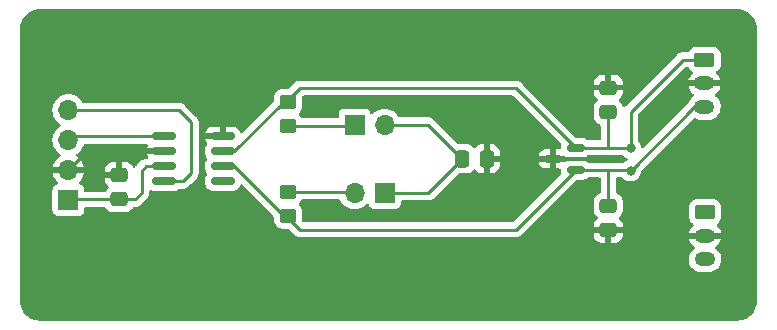
<source format=gtl>
G04 #@! TF.GenerationSoftware,KiCad,Pcbnew,7.0.9-1.fc39*
G04 #@! TF.CreationDate,2023-11-14T16:09:12+02:00*
G04 #@! TF.ProjectId,CAN_transceiver_module,43414e5f-7472-4616-9e73-636569766572,v1.0*
G04 #@! TF.SameCoordinates,Original*
G04 #@! TF.FileFunction,Copper,L1,Top*
G04 #@! TF.FilePolarity,Positive*
%FSLAX46Y46*%
G04 Gerber Fmt 4.6, Leading zero omitted, Abs format (unit mm)*
G04 Created by KiCad (PCBNEW 7.0.9-1.fc39) date 2023-11-14 16:09:12*
%MOMM*%
%LPD*%
G01*
G04 APERTURE LIST*
G04 Aperture macros list*
%AMRoundRect*
0 Rectangle with rounded corners*
0 $1 Rounding radius*
0 $2 $3 $4 $5 $6 $7 $8 $9 X,Y pos of 4 corners*
0 Add a 4 corners polygon primitive as box body*
4,1,4,$2,$3,$4,$5,$6,$7,$8,$9,$2,$3,0*
0 Add four circle primitives for the rounded corners*
1,1,$1+$1,$2,$3*
1,1,$1+$1,$4,$5*
1,1,$1+$1,$6,$7*
1,1,$1+$1,$8,$9*
0 Add four rect primitives between the rounded corners*
20,1,$1+$1,$2,$3,$4,$5,0*
20,1,$1+$1,$4,$5,$6,$7,0*
20,1,$1+$1,$6,$7,$8,$9,0*
20,1,$1+$1,$8,$9,$2,$3,0*%
G04 Aperture macros list end*
G04 #@! TA.AperFunction,ComponentPad*
%ADD10R,1.700000X1.700000*%
G04 #@! TD*
G04 #@! TA.AperFunction,ComponentPad*
%ADD11O,1.700000X1.700000*%
G04 #@! TD*
G04 #@! TA.AperFunction,ComponentPad*
%ADD12RoundRect,0.250000X-0.625000X0.350000X-0.625000X-0.350000X0.625000X-0.350000X0.625000X0.350000X0*%
G04 #@! TD*
G04 #@! TA.AperFunction,ComponentPad*
%ADD13O,1.750000X1.200000*%
G04 #@! TD*
G04 #@! TA.AperFunction,SMDPad,CuDef*
%ADD14RoundRect,0.250000X-0.337500X-0.475000X0.337500X-0.475000X0.337500X0.475000X-0.337500X0.475000X0*%
G04 #@! TD*
G04 #@! TA.AperFunction,SMDPad,CuDef*
%ADD15RoundRect,0.150000X0.587500X0.150000X-0.587500X0.150000X-0.587500X-0.150000X0.587500X-0.150000X0*%
G04 #@! TD*
G04 #@! TA.AperFunction,SMDPad,CuDef*
%ADD16RoundRect,0.250000X-0.475000X0.337500X-0.475000X-0.337500X0.475000X-0.337500X0.475000X0.337500X0*%
G04 #@! TD*
G04 #@! TA.AperFunction,SMDPad,CuDef*
%ADD17RoundRect,0.150000X-0.825000X-0.150000X0.825000X-0.150000X0.825000X0.150000X-0.825000X0.150000X0*%
G04 #@! TD*
G04 #@! TA.AperFunction,SMDPad,CuDef*
%ADD18RoundRect,0.250000X0.475000X-0.337500X0.475000X0.337500X-0.475000X0.337500X-0.475000X-0.337500X0*%
G04 #@! TD*
G04 #@! TA.AperFunction,SMDPad,CuDef*
%ADD19RoundRect,0.250000X0.450000X-0.350000X0.450000X0.350000X-0.450000X0.350000X-0.450000X-0.350000X0*%
G04 #@! TD*
G04 #@! TA.AperFunction,SMDPad,CuDef*
%ADD20RoundRect,0.250000X-0.450000X0.350000X-0.450000X-0.350000X0.450000X-0.350000X0.450000X0.350000X0*%
G04 #@! TD*
G04 #@! TA.AperFunction,ViaPad*
%ADD21C,0.800000*%
G04 #@! TD*
G04 #@! TA.AperFunction,Conductor*
%ADD22C,0.250000*%
G04 #@! TD*
G04 APERTURE END LIST*
D10*
X128175000Y-102900000D03*
D11*
X125635000Y-102900000D03*
X128165000Y-97100000D03*
D10*
X125625000Y-97100000D03*
D12*
X155250000Y-91600000D03*
D13*
X155250000Y-93600000D03*
X155250000Y-95600000D03*
D14*
X136837500Y-100000000D03*
X134762500Y-100000000D03*
D15*
X144337500Y-100950000D03*
X144337500Y-99050000D03*
X142462500Y-100000000D03*
D16*
X105700000Y-101362500D03*
X105700000Y-103437500D03*
D17*
X109525000Y-98095000D03*
X109525000Y-99365000D03*
X109525000Y-100635000D03*
X109525000Y-101905000D03*
X114475000Y-101905000D03*
X114475000Y-100635000D03*
X114475000Y-99365000D03*
X114475000Y-98095000D03*
D18*
X147100000Y-106037500D03*
X147100000Y-103962500D03*
D19*
X120000000Y-102800000D03*
X120000000Y-104800000D03*
D12*
X155300000Y-104500000D03*
D13*
X155300000Y-106500000D03*
X155300000Y-108500000D03*
D18*
X147100000Y-96037500D03*
X147100000Y-93962500D03*
D10*
X101400000Y-103500000D03*
D11*
X101400000Y-100960000D03*
X101400000Y-98420000D03*
X101400000Y-95880000D03*
D20*
X120000000Y-97200000D03*
X120000000Y-95200000D03*
D21*
X139600000Y-100000000D03*
X151400000Y-103800000D03*
X151400000Y-95900000D03*
X149000000Y-99100000D03*
X149000000Y-101000000D03*
D22*
X109525000Y-99365000D02*
X102995000Y-99365000D01*
X102995000Y-99365000D02*
X101400000Y-100960000D01*
X144337500Y-99050000D02*
X147000000Y-99050000D01*
X147000000Y-99050000D02*
X148950000Y-99050000D01*
X147100000Y-96037500D02*
X147100000Y-98950000D01*
X147100000Y-98950000D02*
X147000000Y-99050000D01*
X144337500Y-100950000D02*
X147100000Y-100950000D01*
X147100000Y-100950000D02*
X148950000Y-100950000D01*
X147100000Y-103962500D02*
X147100000Y-100950000D01*
X149000000Y-99100000D02*
X149000000Y-96000000D01*
X149000000Y-96000000D02*
X153400000Y-91600000D01*
X153400000Y-91600000D02*
X155250000Y-91600000D01*
X149000000Y-101000000D02*
X154400000Y-95600000D01*
X154400000Y-95600000D02*
X155250000Y-95600000D01*
X148950000Y-99050000D02*
X149000000Y-99100000D01*
X148950000Y-100950000D02*
X149000000Y-101000000D01*
X120000000Y-105000000D02*
X121000000Y-106000000D01*
X120000000Y-104800000D02*
X120000000Y-105000000D01*
X121000000Y-106000000D02*
X139287500Y-106000000D01*
X139287500Y-106000000D02*
X144337500Y-100950000D01*
X120000000Y-95000000D02*
X121000000Y-94000000D01*
X120000000Y-95200000D02*
X120000000Y-95000000D01*
X121000000Y-94000000D02*
X139287500Y-94000000D01*
X139287500Y-94000000D02*
X144337500Y-99050000D01*
X128165000Y-97100000D02*
X131862500Y-97100000D01*
X131862500Y-97100000D02*
X134762500Y-100000000D01*
X128175000Y-102900000D02*
X131862500Y-102900000D01*
X131862500Y-102900000D02*
X134762500Y-100000000D01*
X120000000Y-102800000D02*
X125535000Y-102800000D01*
X125535000Y-102800000D02*
X125635000Y-102900000D01*
X120000000Y-97200000D02*
X125525000Y-97200000D01*
X125525000Y-97200000D02*
X125625000Y-97100000D01*
X114475000Y-100635000D02*
X115449999Y-100635000D01*
X115449999Y-100635000D02*
X119614999Y-104800000D01*
X119614999Y-104800000D02*
X120000000Y-104800000D01*
X114475000Y-99365000D02*
X115449999Y-99365000D01*
X115449999Y-99365000D02*
X119614999Y-95200000D01*
X119614999Y-95200000D02*
X120000000Y-95200000D01*
X109525000Y-100635000D02*
X107965000Y-100635000D01*
X107062500Y-103437500D02*
X105700000Y-103437500D01*
X107600000Y-102900000D02*
X107062500Y-103437500D01*
X101462500Y-103437500D02*
X101400000Y-103500000D01*
X105700000Y-103437500D02*
X101462500Y-103437500D01*
X107965000Y-100635000D02*
X107600000Y-101000000D01*
X107600000Y-101000000D02*
X107600000Y-102900000D01*
X101725000Y-98095000D02*
X101400000Y-98420000D01*
X109525000Y-98095000D02*
X101725000Y-98095000D01*
X111095000Y-101905000D02*
X111800000Y-101200000D01*
X111800000Y-101200000D02*
X111800000Y-96900000D01*
X110780000Y-95880000D02*
X101400000Y-95880000D01*
X111800000Y-96900000D02*
X110780000Y-95880000D01*
X109525000Y-101905000D02*
X111095000Y-101905000D01*
G04 #@! TA.AperFunction,Conductor*
G36*
X139044087Y-94645185D02*
G01*
X139064729Y-94661819D01*
X143072595Y-98669686D01*
X143106080Y-98731009D01*
X143103992Y-98791955D01*
X143102404Y-98797421D01*
X143102401Y-98797437D01*
X143099500Y-98834304D01*
X143099500Y-99076000D01*
X143079815Y-99143039D01*
X143027011Y-99188794D01*
X142975500Y-99200000D01*
X142712500Y-99200000D01*
X142712500Y-99750000D01*
X143368185Y-99750000D01*
X143431306Y-99767268D01*
X143489602Y-99801744D01*
X143523860Y-99811697D01*
X143647426Y-99847597D01*
X143647429Y-99847597D01*
X143647431Y-99847598D01*
X143659722Y-99848565D01*
X143684304Y-99850500D01*
X143684306Y-99850500D01*
X144990696Y-99850500D01*
X145009131Y-99849049D01*
X145027569Y-99847598D01*
X145027571Y-99847597D01*
X145027573Y-99847597D01*
X145088361Y-99829936D01*
X145185398Y-99801744D01*
X145326865Y-99718081D01*
X145328418Y-99716528D01*
X145333128Y-99711819D01*
X145394451Y-99678334D01*
X145420809Y-99675500D01*
X146917257Y-99675500D01*
X146932877Y-99677224D01*
X146932904Y-99676939D01*
X146940660Y-99677671D01*
X146940667Y-99677673D01*
X147009814Y-99675500D01*
X148251232Y-99675500D01*
X148318271Y-99695185D01*
X148343382Y-99716528D01*
X148394129Y-99772888D01*
X148394135Y-99772893D01*
X148547265Y-99884148D01*
X148547267Y-99884149D01*
X148547270Y-99884151D01*
X148620737Y-99916861D01*
X148665342Y-99936721D01*
X148718578Y-99981972D01*
X148738899Y-100048821D01*
X148719853Y-100116044D01*
X148667487Y-100162299D01*
X148665342Y-100163279D01*
X148547267Y-100215850D01*
X148547265Y-100215851D01*
X148430319Y-100300818D01*
X148364513Y-100324298D01*
X148357434Y-100324500D01*
X147170847Y-100324500D01*
X147147615Y-100322304D01*
X147139588Y-100320773D01*
X147139586Y-100320773D01*
X147130633Y-100321336D01*
X147082275Y-100324378D01*
X147078403Y-100324500D01*
X145420809Y-100324500D01*
X145353770Y-100304815D01*
X145333128Y-100288181D01*
X145326870Y-100281923D01*
X145326862Y-100281917D01*
X145229954Y-100224606D01*
X145185398Y-100198256D01*
X145185397Y-100198255D01*
X145185396Y-100198255D01*
X145185393Y-100198254D01*
X145027573Y-100152402D01*
X145027567Y-100152401D01*
X144990696Y-100149500D01*
X144990694Y-100149500D01*
X143684306Y-100149500D01*
X143684304Y-100149500D01*
X143647432Y-100152401D01*
X143647426Y-100152402D01*
X143489606Y-100198254D01*
X143489603Y-100198255D01*
X143431306Y-100232732D01*
X143368185Y-100250000D01*
X142712500Y-100250000D01*
X142712500Y-100800000D01*
X142975500Y-100800000D01*
X143042539Y-100819685D01*
X143088294Y-100872489D01*
X143099500Y-100924000D01*
X143099500Y-101165696D01*
X143102401Y-101202567D01*
X143102402Y-101202570D01*
X143103990Y-101208035D01*
X143103791Y-101277904D01*
X143072595Y-101330312D01*
X139064728Y-105338181D01*
X139003405Y-105371666D01*
X138977047Y-105374500D01*
X121319987Y-105374500D01*
X121252948Y-105354815D01*
X121207193Y-105302011D01*
X121196629Y-105237896D01*
X121197267Y-105231654D01*
X121200500Y-105200009D01*
X121200499Y-104399992D01*
X121200282Y-104397872D01*
X121189999Y-104297203D01*
X121189998Y-104297200D01*
X121134814Y-104130666D01*
X121042712Y-103981344D01*
X120949049Y-103887681D01*
X120915564Y-103826358D01*
X120920548Y-103756666D01*
X120949049Y-103712319D01*
X120980026Y-103681342D01*
X121042712Y-103618656D01*
X121125519Y-103484402D01*
X121177467Y-103437679D01*
X121231058Y-103425500D01*
X124310935Y-103425500D01*
X124377974Y-103445185D01*
X124423317Y-103497095D01*
X124460964Y-103577829D01*
X124460965Y-103577831D01*
X124489552Y-103618657D01*
X124596505Y-103771401D01*
X124763599Y-103938495D01*
X124847438Y-103997200D01*
X124957165Y-104074032D01*
X124957167Y-104074033D01*
X124957170Y-104074035D01*
X125171337Y-104173903D01*
X125399592Y-104235063D01*
X125576034Y-104250500D01*
X125634999Y-104255659D01*
X125635000Y-104255659D01*
X125635001Y-104255659D01*
X125693966Y-104250500D01*
X125870408Y-104235063D01*
X126098663Y-104173903D01*
X126312830Y-104074035D01*
X126506401Y-103938495D01*
X126628329Y-103816566D01*
X126689648Y-103783084D01*
X126759340Y-103788068D01*
X126815274Y-103829939D01*
X126832189Y-103860917D01*
X126881202Y-103992328D01*
X126881206Y-103992335D01*
X126967452Y-104107544D01*
X126967455Y-104107547D01*
X127082664Y-104193793D01*
X127082671Y-104193797D01*
X127217517Y-104244091D01*
X127217516Y-104244091D01*
X127224444Y-104244835D01*
X127277127Y-104250500D01*
X129072872Y-104250499D01*
X129132483Y-104244091D01*
X129267331Y-104193796D01*
X129382546Y-104107546D01*
X129468796Y-103992331D01*
X129519091Y-103857483D01*
X129525500Y-103797873D01*
X129525500Y-103649500D01*
X129545185Y-103582461D01*
X129597989Y-103536706D01*
X129649500Y-103525500D01*
X131779757Y-103525500D01*
X131795377Y-103527224D01*
X131795404Y-103526939D01*
X131803160Y-103527671D01*
X131803167Y-103527673D01*
X131872314Y-103525500D01*
X131901850Y-103525500D01*
X131908728Y-103524630D01*
X131914541Y-103524172D01*
X131961127Y-103522709D01*
X131980369Y-103517117D01*
X131999412Y-103513174D01*
X132019292Y-103510664D01*
X132062622Y-103493507D01*
X132068146Y-103491617D01*
X132071896Y-103490527D01*
X132112890Y-103478618D01*
X132130129Y-103468422D01*
X132147603Y-103459862D01*
X132166227Y-103452488D01*
X132166227Y-103452487D01*
X132166232Y-103452486D01*
X132203949Y-103425082D01*
X132208805Y-103421892D01*
X132248920Y-103398170D01*
X132263089Y-103383999D01*
X132277879Y-103371368D01*
X132294087Y-103359594D01*
X132323799Y-103323676D01*
X132327712Y-103319376D01*
X134385271Y-101261818D01*
X134446594Y-101228333D01*
X134472952Y-101225499D01*
X135150002Y-101225499D01*
X135150008Y-101225499D01*
X135252797Y-101214999D01*
X135419334Y-101159814D01*
X135568656Y-101067712D01*
X135692712Y-100943656D01*
X135694752Y-100940347D01*
X135696745Y-100938555D01*
X135697193Y-100937989D01*
X135697289Y-100938065D01*
X135746694Y-100893623D01*
X135815656Y-100882395D01*
X135879740Y-100910234D01*
X135905829Y-100940339D01*
X135907681Y-100943341D01*
X135907683Y-100943344D01*
X136031654Y-101067315D01*
X136180875Y-101159356D01*
X136180880Y-101159358D01*
X136347302Y-101214505D01*
X136347309Y-101214506D01*
X136450019Y-101224999D01*
X136587499Y-101224999D01*
X136587500Y-101224998D01*
X136587500Y-100250000D01*
X137087500Y-100250000D01*
X137087500Y-101224999D01*
X137224972Y-101224999D01*
X137224986Y-101224998D01*
X137327697Y-101214505D01*
X137494119Y-101159358D01*
X137494124Y-101159356D01*
X137643345Y-101067315D01*
X137767315Y-100943345D01*
X137859356Y-100794124D01*
X137859358Y-100794119D01*
X137914505Y-100627697D01*
X137914506Y-100627690D01*
X137924999Y-100524986D01*
X137925000Y-100524973D01*
X137925000Y-100250001D01*
X141227704Y-100250001D01*
X141227899Y-100252486D01*
X141273718Y-100410198D01*
X141357314Y-100551552D01*
X141357321Y-100551561D01*
X141473438Y-100667678D01*
X141473447Y-100667685D01*
X141614803Y-100751282D01*
X141614806Y-100751283D01*
X141772504Y-100797099D01*
X141772510Y-100797100D01*
X141809356Y-100800000D01*
X142212500Y-100800000D01*
X142212500Y-100250000D01*
X141227705Y-100250000D01*
X141227704Y-100250001D01*
X137925000Y-100250001D01*
X137925000Y-100250000D01*
X137087500Y-100250000D01*
X136587500Y-100250000D01*
X136587500Y-98775000D01*
X137087500Y-98775000D01*
X137087500Y-99750000D01*
X137924999Y-99750000D01*
X137924999Y-99749998D01*
X141227704Y-99749998D01*
X141227705Y-99750000D01*
X142212500Y-99750000D01*
X142212500Y-99200000D01*
X141809356Y-99200000D01*
X141772510Y-99202899D01*
X141772504Y-99202900D01*
X141614806Y-99248716D01*
X141614803Y-99248717D01*
X141473447Y-99332314D01*
X141473438Y-99332321D01*
X141357321Y-99448438D01*
X141357314Y-99448447D01*
X141273718Y-99589801D01*
X141227899Y-99747513D01*
X141227704Y-99749998D01*
X137924999Y-99749998D01*
X137924999Y-99475028D01*
X137924998Y-99475013D01*
X137914505Y-99372302D01*
X137859358Y-99205880D01*
X137859356Y-99205875D01*
X137767315Y-99056654D01*
X137643345Y-98932684D01*
X137494124Y-98840643D01*
X137494119Y-98840641D01*
X137327697Y-98785494D01*
X137327690Y-98785493D01*
X137224986Y-98775000D01*
X137087500Y-98775000D01*
X136587500Y-98775000D01*
X136450027Y-98775000D01*
X136450012Y-98775001D01*
X136347302Y-98785494D01*
X136180880Y-98840641D01*
X136180875Y-98840643D01*
X136031654Y-98932684D01*
X135907683Y-99056655D01*
X135907679Y-99056660D01*
X135905826Y-99059665D01*
X135904018Y-99061290D01*
X135903202Y-99062323D01*
X135903025Y-99062183D01*
X135853874Y-99106385D01*
X135784911Y-99117601D01*
X135720831Y-99089752D01*
X135694753Y-99059653D01*
X135694737Y-99059628D01*
X135692712Y-99056344D01*
X135568656Y-98932288D01*
X135454939Y-98862147D01*
X135419336Y-98840187D01*
X135419331Y-98840185D01*
X135401583Y-98834304D01*
X135252797Y-98785001D01*
X135252795Y-98785000D01*
X135150016Y-98774500D01*
X135150009Y-98774500D01*
X134472953Y-98774500D01*
X134405914Y-98754815D01*
X134385272Y-98738181D01*
X132363303Y-96716212D01*
X132353480Y-96703950D01*
X132353259Y-96704134D01*
X132348286Y-96698123D01*
X132334873Y-96685527D01*
X132297864Y-96650773D01*
X132287419Y-96640328D01*
X132276975Y-96629883D01*
X132271486Y-96625625D01*
X132267061Y-96621847D01*
X132233082Y-96589938D01*
X132233080Y-96589936D01*
X132233077Y-96589935D01*
X132215529Y-96580288D01*
X132199263Y-96569604D01*
X132183436Y-96557327D01*
X132183435Y-96557326D01*
X132183433Y-96557325D01*
X132140668Y-96538818D01*
X132135422Y-96536248D01*
X132094593Y-96513803D01*
X132094592Y-96513802D01*
X132075193Y-96508822D01*
X132056781Y-96502518D01*
X132038398Y-96494562D01*
X132038392Y-96494560D01*
X131992374Y-96487272D01*
X131986652Y-96486087D01*
X131941521Y-96474500D01*
X131941519Y-96474500D01*
X131921484Y-96474500D01*
X131902086Y-96472973D01*
X131894662Y-96471797D01*
X131882305Y-96469840D01*
X131882304Y-96469840D01*
X131835916Y-96474225D01*
X131830078Y-96474500D01*
X129440227Y-96474500D01*
X129373188Y-96454815D01*
X129338652Y-96421623D01*
X129203494Y-96228597D01*
X129036402Y-96061506D01*
X129036395Y-96061501D01*
X128842834Y-95925967D01*
X128842830Y-95925965D01*
X128832142Y-95920981D01*
X128628663Y-95826097D01*
X128628659Y-95826096D01*
X128628655Y-95826094D01*
X128400413Y-95764938D01*
X128400403Y-95764936D01*
X128165001Y-95744341D01*
X128164999Y-95744341D01*
X127929596Y-95764936D01*
X127929586Y-95764938D01*
X127701344Y-95826094D01*
X127701335Y-95826098D01*
X127487171Y-95925964D01*
X127487169Y-95925965D01*
X127293600Y-96061503D01*
X127171673Y-96183430D01*
X127110350Y-96216914D01*
X127040658Y-96211930D01*
X126984725Y-96170058D01*
X126967810Y-96139081D01*
X126918797Y-96007671D01*
X126918793Y-96007664D01*
X126832547Y-95892455D01*
X126832544Y-95892452D01*
X126717335Y-95806206D01*
X126717328Y-95806202D01*
X126582482Y-95755908D01*
X126582483Y-95755908D01*
X126522883Y-95749501D01*
X126522881Y-95749500D01*
X126522873Y-95749500D01*
X126522864Y-95749500D01*
X124727129Y-95749500D01*
X124727123Y-95749501D01*
X124667516Y-95755908D01*
X124532671Y-95806202D01*
X124532664Y-95806206D01*
X124417455Y-95892452D01*
X124417452Y-95892455D01*
X124331206Y-96007664D01*
X124331202Y-96007671D01*
X124280908Y-96142517D01*
X124274501Y-96202116D01*
X124274500Y-96202135D01*
X124274500Y-96450500D01*
X124254815Y-96517539D01*
X124202011Y-96563294D01*
X124150500Y-96574500D01*
X121231058Y-96574500D01*
X121164019Y-96554815D01*
X121125519Y-96515597D01*
X121124998Y-96514752D01*
X121042712Y-96381344D01*
X120949049Y-96287681D01*
X120915564Y-96226358D01*
X120920548Y-96156666D01*
X120949049Y-96112319D01*
X121042712Y-96018656D01*
X121134814Y-95869334D01*
X121189999Y-95702797D01*
X121200500Y-95600009D01*
X121200499Y-94799992D01*
X121198955Y-94784883D01*
X121196629Y-94762100D01*
X121209399Y-94693407D01*
X121257281Y-94642524D01*
X121319987Y-94625500D01*
X138977048Y-94625500D01*
X139044087Y-94645185D01*
G37*
G04 #@! TD.AperFunction*
G04 #@! TA.AperFunction,Conductor*
G36*
X153910981Y-92245185D02*
G01*
X153949479Y-92284401D01*
X154032288Y-92418656D01*
X154156344Y-92542712D01*
X154212141Y-92577127D01*
X154220191Y-92582093D01*
X154266916Y-92634041D01*
X154278139Y-92703003D01*
X154250295Y-92767086D01*
X154231750Y-92785100D01*
X154212461Y-92800269D01*
X154212459Y-92800271D01*
X154074894Y-92959030D01*
X154074885Y-92959041D01*
X153969855Y-93140960D01*
X153969852Y-93140967D01*
X153901144Y-93339482D01*
X153901144Y-93339484D01*
X153899632Y-93350000D01*
X154970440Y-93350000D01*
X154931722Y-93392059D01*
X154881449Y-93506670D01*
X154871114Y-93631395D01*
X154901837Y-93752719D01*
X154965394Y-93850000D01*
X153903742Y-93850000D01*
X153930770Y-93961409D01*
X154018040Y-94152507D01*
X154139889Y-94323619D01*
X154139895Y-94323625D01*
X154291932Y-94468592D01*
X154333357Y-94495214D01*
X154379112Y-94548018D01*
X154389056Y-94617177D01*
X154360031Y-94680732D01*
X154342970Y-94697000D01*
X154212116Y-94799905D01*
X154212112Y-94799909D01*
X154074483Y-94958741D01*
X154074477Y-94958749D01*
X153977537Y-95126651D01*
X153965693Y-95143692D01*
X153938710Y-95176308D01*
X153934777Y-95180630D01*
X150099744Y-99015663D01*
X150038421Y-99049148D01*
X149968729Y-99044164D01*
X149912796Y-99002292D01*
X149888743Y-98940945D01*
X149885674Y-98911744D01*
X149827179Y-98731716D01*
X149732533Y-98567784D01*
X149709927Y-98542677D01*
X149657350Y-98484284D01*
X149627120Y-98421292D01*
X149625500Y-98401312D01*
X149625500Y-96310452D01*
X149645185Y-96243413D01*
X149661819Y-96222771D01*
X153622771Y-92261819D01*
X153684094Y-92228334D01*
X153710452Y-92225500D01*
X153843942Y-92225500D01*
X153910981Y-92245185D01*
G37*
G04 #@! TD.AperFunction*
G04 #@! TA.AperFunction,Conductor*
G36*
X108086928Y-98740185D02*
G01*
X108132683Y-98792989D01*
X108142627Y-98862147D01*
X108126621Y-98907621D01*
X108098718Y-98954801D01*
X108052899Y-99112513D01*
X108052704Y-99114998D01*
X108052705Y-99115000D01*
X109651000Y-99115000D01*
X109718039Y-99134685D01*
X109763794Y-99187489D01*
X109775000Y-99239000D01*
X109775000Y-99491000D01*
X109755315Y-99558039D01*
X109702511Y-99603794D01*
X109651000Y-99615000D01*
X108052705Y-99615000D01*
X108052704Y-99615001D01*
X108052899Y-99617486D01*
X108098719Y-99775200D01*
X108125404Y-99820323D01*
X108142587Y-99888047D01*
X108120427Y-99954309D01*
X108065960Y-99998072D01*
X108022568Y-100007382D01*
X107959439Y-100009366D01*
X107955186Y-100009500D01*
X107925649Y-100009500D01*
X107918766Y-100010369D01*
X107912949Y-100010826D01*
X107866373Y-100012290D01*
X107847129Y-100017881D01*
X107828079Y-100021825D01*
X107808211Y-100024334D01*
X107764884Y-100041488D01*
X107759358Y-100043379D01*
X107714614Y-100056379D01*
X107714610Y-100056381D01*
X107697366Y-100066579D01*
X107679905Y-100075133D01*
X107661274Y-100082510D01*
X107661262Y-100082517D01*
X107623570Y-100109902D01*
X107618687Y-100113109D01*
X107578580Y-100136829D01*
X107564415Y-100150994D01*
X107549623Y-100163628D01*
X107533412Y-100175405D01*
X107503706Y-100211313D01*
X107499774Y-100215634D01*
X107216211Y-100499197D01*
X107203952Y-100509019D01*
X107204135Y-100509240D01*
X107198126Y-100514211D01*
X107150773Y-100564636D01*
X107129881Y-100585527D01*
X107129868Y-100585541D01*
X107125621Y-100591016D01*
X107121835Y-100595448D01*
X107089937Y-100629418D01*
X107089936Y-100629420D01*
X107080284Y-100646976D01*
X107069610Y-100663226D01*
X107057327Y-100679063D01*
X107056823Y-100679916D01*
X107056254Y-100680446D01*
X107052551Y-100685222D01*
X107051779Y-100684623D01*
X107005750Y-100727595D01*
X106937007Y-100740093D01*
X106872420Y-100713442D01*
X106844557Y-100681883D01*
X106767315Y-100556654D01*
X106643345Y-100432684D01*
X106494124Y-100340643D01*
X106494119Y-100340641D01*
X106327697Y-100285494D01*
X106327690Y-100285493D01*
X106224986Y-100275000D01*
X105950000Y-100275000D01*
X105950000Y-101488500D01*
X105930315Y-101555539D01*
X105877511Y-101601294D01*
X105826000Y-101612500D01*
X104475001Y-101612500D01*
X104475001Y-101749986D01*
X104485494Y-101852697D01*
X104540641Y-102019119D01*
X104540643Y-102019124D01*
X104632684Y-102168345D01*
X104756655Y-102292316D01*
X104756659Y-102292319D01*
X104759656Y-102294168D01*
X104761279Y-102295972D01*
X104762323Y-102296798D01*
X104762181Y-102296976D01*
X104806381Y-102346116D01*
X104817602Y-102415079D01*
X104789759Y-102479161D01*
X104759661Y-102505241D01*
X104756349Y-102507283D01*
X104756343Y-102507288D01*
X104632289Y-102631342D01*
X104626388Y-102640909D01*
X104565571Y-102739511D01*
X104557191Y-102753097D01*
X104505243Y-102799821D01*
X104451652Y-102812000D01*
X102874499Y-102812000D01*
X102807460Y-102792315D01*
X102761705Y-102739511D01*
X102750499Y-102688000D01*
X102750499Y-102602129D01*
X102750498Y-102602123D01*
X102750497Y-102602116D01*
X102744091Y-102542517D01*
X102742693Y-102538770D01*
X102693797Y-102407671D01*
X102693793Y-102407664D01*
X102607547Y-102292455D01*
X102607544Y-102292452D01*
X102492335Y-102206206D01*
X102492328Y-102206202D01*
X102360401Y-102156997D01*
X102304467Y-102115126D01*
X102280050Y-102049662D01*
X102294902Y-101981389D01*
X102316053Y-101953133D01*
X102438108Y-101831078D01*
X102573600Y-101637578D01*
X102673429Y-101423492D01*
X102673432Y-101423486D01*
X102730636Y-101210000D01*
X101833686Y-101210000D01*
X101859493Y-101169844D01*
X101876331Y-101112500D01*
X104475000Y-101112500D01*
X105450000Y-101112500D01*
X105450000Y-100275000D01*
X105175029Y-100275000D01*
X105175012Y-100275001D01*
X105072302Y-100285494D01*
X104905880Y-100340641D01*
X104905875Y-100340643D01*
X104756654Y-100432684D01*
X104632684Y-100556654D01*
X104540643Y-100705875D01*
X104540641Y-100705880D01*
X104485494Y-100872302D01*
X104485493Y-100872309D01*
X104475000Y-100975013D01*
X104475000Y-101112500D01*
X101876331Y-101112500D01*
X101900000Y-101031889D01*
X101900000Y-100888111D01*
X101859493Y-100750156D01*
X101833686Y-100710000D01*
X102730636Y-100710000D01*
X102730635Y-100709999D01*
X102673432Y-100496513D01*
X102673429Y-100496507D01*
X102573600Y-100282422D01*
X102573599Y-100282420D01*
X102438113Y-100088926D01*
X102438108Y-100088920D01*
X102271078Y-99921890D01*
X102085405Y-99791879D01*
X102041780Y-99737302D01*
X102034588Y-99667804D01*
X102066110Y-99605449D01*
X102085406Y-99588730D01*
X102096883Y-99580694D01*
X102271401Y-99458495D01*
X102438495Y-99291401D01*
X102574035Y-99097830D01*
X102673903Y-98883663D01*
X102692717Y-98813447D01*
X102692996Y-98812407D01*
X102729361Y-98752746D01*
X102792208Y-98722217D01*
X102812771Y-98720500D01*
X108019889Y-98720500D01*
X108086928Y-98740185D01*
G37*
G04 #@! TD.AperFunction*
G04 #@! TA.AperFunction,Conductor*
G36*
X158002208Y-87300657D02*
G01*
X158233020Y-87317165D01*
X158250529Y-87319683D01*
X158470144Y-87367458D01*
X158487103Y-87372437D01*
X158697694Y-87450983D01*
X158713777Y-87458327D01*
X158911036Y-87566040D01*
X158925919Y-87575605D01*
X159105836Y-87710289D01*
X159119207Y-87721875D01*
X159278124Y-87880792D01*
X159289710Y-87894163D01*
X159424394Y-88074080D01*
X159433959Y-88088963D01*
X159541669Y-88286217D01*
X159549019Y-88302311D01*
X159627559Y-88512887D01*
X159632543Y-88529862D01*
X159680316Y-88749470D01*
X159682834Y-88766982D01*
X159699342Y-88997789D01*
X159699500Y-89002213D01*
X159699500Y-111997786D01*
X159699342Y-112002210D01*
X159682834Y-112233017D01*
X159680316Y-112250529D01*
X159632543Y-112470137D01*
X159627559Y-112487112D01*
X159549019Y-112697688D01*
X159541669Y-112713782D01*
X159433959Y-112911036D01*
X159424394Y-112925919D01*
X159289710Y-113105836D01*
X159278124Y-113119207D01*
X159119207Y-113278124D01*
X159105836Y-113289710D01*
X158925919Y-113424394D01*
X158911036Y-113433959D01*
X158713782Y-113541669D01*
X158697688Y-113549019D01*
X158487112Y-113627559D01*
X158470137Y-113632543D01*
X158250529Y-113680316D01*
X158233017Y-113682834D01*
X158019172Y-113698128D01*
X158002208Y-113699342D01*
X157997786Y-113699500D01*
X99002214Y-113699500D01*
X98997791Y-113699342D01*
X98979142Y-113698008D01*
X98766982Y-113682834D01*
X98749470Y-113680316D01*
X98529862Y-113632543D01*
X98512887Y-113627559D01*
X98302311Y-113549019D01*
X98286217Y-113541669D01*
X98088963Y-113433959D01*
X98074080Y-113424394D01*
X97894163Y-113289710D01*
X97880792Y-113278124D01*
X97721875Y-113119207D01*
X97710289Y-113105836D01*
X97575605Y-112925919D01*
X97566040Y-112911036D01*
X97458330Y-112713782D01*
X97450983Y-112697694D01*
X97372437Y-112487103D01*
X97367458Y-112470144D01*
X97319683Y-112250529D01*
X97317165Y-112233017D01*
X97300658Y-112002210D01*
X97300500Y-111997786D01*
X97300500Y-108447401D01*
X153920746Y-108447401D01*
X153930745Y-108657327D01*
X153980296Y-108861578D01*
X153980298Y-108861582D01*
X154067598Y-109052743D01*
X154067601Y-109052748D01*
X154067602Y-109052750D01*
X154067604Y-109052753D01*
X154130627Y-109141256D01*
X154189515Y-109223953D01*
X154189520Y-109223959D01*
X154341620Y-109368985D01*
X154436578Y-109430011D01*
X154518428Y-109482613D01*
X154713543Y-109560725D01*
X154816729Y-109580612D01*
X154919914Y-109600500D01*
X154919915Y-109600500D01*
X155627419Y-109600500D01*
X155627425Y-109600500D01*
X155784218Y-109585528D01*
X155985875Y-109526316D01*
X156172682Y-109430011D01*
X156337886Y-109300092D01*
X156475519Y-109141256D01*
X156580604Y-108959244D01*
X156649344Y-108760633D01*
X156679254Y-108552602D01*
X156669254Y-108342670D01*
X156619704Y-108138424D01*
X156619701Y-108138417D01*
X156532401Y-107947256D01*
X156532398Y-107947251D01*
X156532397Y-107947250D01*
X156532396Y-107947247D01*
X156410486Y-107776048D01*
X156410484Y-107776046D01*
X156410479Y-107776040D01*
X156258379Y-107631014D01*
X156216612Y-107604172D01*
X156170857Y-107551368D01*
X156160914Y-107482210D01*
X156189939Y-107418654D01*
X156207000Y-107402386D01*
X156337542Y-107299726D01*
X156475105Y-107140969D01*
X156475114Y-107140958D01*
X156580144Y-106959039D01*
X156580147Y-106959032D01*
X156648855Y-106760517D01*
X156648855Y-106760515D01*
X156650368Y-106750000D01*
X155579560Y-106750000D01*
X155618278Y-106707941D01*
X155668551Y-106593330D01*
X155678886Y-106468605D01*
X155648163Y-106347281D01*
X155584606Y-106250000D01*
X156646257Y-106250000D01*
X156619229Y-106138590D01*
X156531959Y-105947492D01*
X156410110Y-105776380D01*
X156410099Y-105776368D01*
X156307478Y-105678520D01*
X156272542Y-105618012D01*
X156275867Y-105548221D01*
X156316395Y-105491307D01*
X156327935Y-105483248D01*
X156393656Y-105442712D01*
X156517712Y-105318656D01*
X156609814Y-105169334D01*
X156664999Y-105002797D01*
X156675500Y-104900009D01*
X156675499Y-104099992D01*
X156672847Y-104074035D01*
X156664999Y-103997203D01*
X156664998Y-103997200D01*
X156662608Y-103989988D01*
X156609814Y-103830666D01*
X156517712Y-103681344D01*
X156393656Y-103557288D01*
X156255712Y-103472204D01*
X156244336Y-103465187D01*
X156244331Y-103465185D01*
X156206008Y-103452486D01*
X156077797Y-103410001D01*
X156077795Y-103410000D01*
X155975010Y-103399500D01*
X154624998Y-103399500D01*
X154624981Y-103399501D01*
X154522203Y-103410000D01*
X154522200Y-103410001D01*
X154355668Y-103465185D01*
X154355663Y-103465187D01*
X154206342Y-103557289D01*
X154082289Y-103681342D01*
X153990187Y-103830663D01*
X153990185Y-103830668D01*
X153964273Y-103908865D01*
X153935001Y-103997203D01*
X153935001Y-103997204D01*
X153935000Y-103997204D01*
X153924500Y-104099983D01*
X153924500Y-104900001D01*
X153924501Y-104900019D01*
X153935000Y-105002796D01*
X153935001Y-105002799D01*
X153990185Y-105169331D01*
X153990187Y-105169336D01*
X154025069Y-105225888D01*
X154082288Y-105318656D01*
X154206344Y-105442712D01*
X154249509Y-105469336D01*
X154270191Y-105482093D01*
X154316916Y-105534041D01*
X154328139Y-105603003D01*
X154300295Y-105667086D01*
X154281750Y-105685100D01*
X154262461Y-105700269D01*
X154262459Y-105700271D01*
X154124894Y-105859030D01*
X154124885Y-105859041D01*
X154019855Y-106040960D01*
X154019852Y-106040967D01*
X153951144Y-106239482D01*
X153951144Y-106239484D01*
X153949632Y-106250000D01*
X155020440Y-106250000D01*
X154981722Y-106292059D01*
X154931449Y-106406670D01*
X154921114Y-106531395D01*
X154951837Y-106652719D01*
X155015394Y-106750000D01*
X153953742Y-106750000D01*
X153980770Y-106861409D01*
X154068040Y-107052507D01*
X154189889Y-107223619D01*
X154189895Y-107223625D01*
X154341932Y-107368592D01*
X154383357Y-107395214D01*
X154429112Y-107448018D01*
X154439056Y-107517177D01*
X154410031Y-107580732D01*
X154392970Y-107597000D01*
X154262116Y-107699905D01*
X154262112Y-107699909D01*
X154124478Y-107858746D01*
X154019398Y-108040750D01*
X153950656Y-108239365D01*
X153950656Y-108239367D01*
X153935804Y-108342670D01*
X153920746Y-108447401D01*
X97300500Y-108447401D01*
X97300500Y-98420000D01*
X100044341Y-98420000D01*
X100064936Y-98655403D01*
X100064938Y-98655413D01*
X100126094Y-98883655D01*
X100126096Y-98883659D01*
X100126097Y-98883663D01*
X100222198Y-99089752D01*
X100225965Y-99097830D01*
X100225967Y-99097834D01*
X100361501Y-99291395D01*
X100361506Y-99291402D01*
X100528597Y-99458493D01*
X100528603Y-99458498D01*
X100575021Y-99491000D01*
X100670762Y-99558039D01*
X100714594Y-99588730D01*
X100758219Y-99643307D01*
X100765413Y-99712805D01*
X100733890Y-99775160D01*
X100714595Y-99791880D01*
X100528922Y-99921890D01*
X100528920Y-99921891D01*
X100361891Y-100088920D01*
X100361886Y-100088926D01*
X100226400Y-100282420D01*
X100226399Y-100282422D01*
X100126570Y-100496507D01*
X100126567Y-100496513D01*
X100069364Y-100709999D01*
X100069364Y-100710000D01*
X100966314Y-100710000D01*
X100940507Y-100750156D01*
X100900000Y-100888111D01*
X100900000Y-101031889D01*
X100940507Y-101169844D01*
X100966314Y-101210000D01*
X100069364Y-101210000D01*
X100126567Y-101423486D01*
X100126570Y-101423492D01*
X100226399Y-101637578D01*
X100361894Y-101831082D01*
X100483946Y-101953134D01*
X100517431Y-102014457D01*
X100512447Y-102084149D01*
X100470575Y-102140082D01*
X100439598Y-102156997D01*
X100307671Y-102206202D01*
X100307664Y-102206206D01*
X100192455Y-102292452D01*
X100192452Y-102292455D01*
X100106206Y-102407664D01*
X100106202Y-102407671D01*
X100055908Y-102542517D01*
X100049501Y-102602116D01*
X100049501Y-102602123D01*
X100049500Y-102602135D01*
X100049500Y-104397870D01*
X100049501Y-104397876D01*
X100055908Y-104457483D01*
X100106202Y-104592328D01*
X100106206Y-104592335D01*
X100192452Y-104707544D01*
X100192455Y-104707547D01*
X100307664Y-104793793D01*
X100307671Y-104793797D01*
X100442517Y-104844091D01*
X100442516Y-104844091D01*
X100449444Y-104844835D01*
X100502127Y-104850500D01*
X102297872Y-104850499D01*
X102357483Y-104844091D01*
X102492331Y-104793796D01*
X102607546Y-104707546D01*
X102693796Y-104592331D01*
X102744091Y-104457483D01*
X102750500Y-104397873D01*
X102750500Y-104187000D01*
X102770185Y-104119961D01*
X102822989Y-104074206D01*
X102874500Y-104063000D01*
X104451652Y-104063000D01*
X104518691Y-104082685D01*
X104557189Y-104121901D01*
X104632288Y-104243656D01*
X104756344Y-104367712D01*
X104905666Y-104459814D01*
X105072203Y-104514999D01*
X105174991Y-104525500D01*
X106225008Y-104525499D01*
X106225016Y-104525498D01*
X106225019Y-104525498D01*
X106281302Y-104519748D01*
X106327797Y-104514999D01*
X106494334Y-104459814D01*
X106643656Y-104367712D01*
X106767712Y-104243656D01*
X106842809Y-104121902D01*
X106894757Y-104075179D01*
X106948348Y-104063000D01*
X106979757Y-104063000D01*
X106995377Y-104064724D01*
X106995404Y-104064439D01*
X107003160Y-104065171D01*
X107003167Y-104065173D01*
X107072314Y-104063000D01*
X107101850Y-104063000D01*
X107108728Y-104062130D01*
X107114541Y-104061672D01*
X107161127Y-104060209D01*
X107180369Y-104054617D01*
X107199412Y-104050674D01*
X107219292Y-104048164D01*
X107262622Y-104031007D01*
X107268146Y-104029117D01*
X107271896Y-104028027D01*
X107312890Y-104016118D01*
X107330129Y-104005922D01*
X107347603Y-103997362D01*
X107366227Y-103989988D01*
X107366227Y-103989987D01*
X107366232Y-103989986D01*
X107403949Y-103962582D01*
X107408805Y-103959392D01*
X107448920Y-103935670D01*
X107463089Y-103921499D01*
X107477879Y-103908868D01*
X107494087Y-103897094D01*
X107523799Y-103861176D01*
X107527712Y-103856876D01*
X107983786Y-103400802D01*
X107996048Y-103390980D01*
X107995865Y-103390759D01*
X108001867Y-103385792D01*
X108001877Y-103385786D01*
X108049241Y-103335348D01*
X108070120Y-103314470D01*
X108074370Y-103308989D01*
X108078151Y-103304561D01*
X108110062Y-103270582D01*
X108119713Y-103253024D01*
X108130396Y-103236761D01*
X108142673Y-103220936D01*
X108161183Y-103178158D01*
X108163743Y-103172932D01*
X108186197Y-103132092D01*
X108191178Y-103112687D01*
X108197482Y-103094279D01*
X108205438Y-103075895D01*
X108212729Y-103029853D01*
X108213908Y-103024162D01*
X108225500Y-102979019D01*
X108225500Y-102958983D01*
X108227027Y-102939582D01*
X108230160Y-102919804D01*
X108225775Y-102873415D01*
X108225500Y-102867577D01*
X108225500Y-102747519D01*
X108245185Y-102680480D01*
X108297989Y-102634725D01*
X108367147Y-102624781D01*
X108412617Y-102640785D01*
X108439602Y-102656744D01*
X108439605Y-102656744D01*
X108439607Y-102656746D01*
X108597426Y-102702597D01*
X108597429Y-102702597D01*
X108597431Y-102702598D01*
X108609722Y-102703565D01*
X108634304Y-102705500D01*
X108634306Y-102705500D01*
X110415696Y-102705500D01*
X110434131Y-102704049D01*
X110452569Y-102702598D01*
X110452571Y-102702597D01*
X110452573Y-102702597D01*
X110502815Y-102688000D01*
X110610398Y-102656744D01*
X110751865Y-102573081D01*
X110751870Y-102573076D01*
X110758128Y-102566819D01*
X110819451Y-102533334D01*
X110845809Y-102530500D01*
X111012257Y-102530500D01*
X111027877Y-102532224D01*
X111027904Y-102531939D01*
X111035660Y-102532671D01*
X111035667Y-102532673D01*
X111104814Y-102530500D01*
X111134350Y-102530500D01*
X111141228Y-102529630D01*
X111147041Y-102529172D01*
X111193627Y-102527709D01*
X111212869Y-102522117D01*
X111231912Y-102518174D01*
X111251792Y-102515664D01*
X111295122Y-102498507D01*
X111300646Y-102496617D01*
X111304396Y-102495527D01*
X111345390Y-102483618D01*
X111362629Y-102473422D01*
X111380103Y-102464862D01*
X111398727Y-102457488D01*
X111398727Y-102457487D01*
X111398732Y-102457486D01*
X111436449Y-102430082D01*
X111441305Y-102426892D01*
X111481420Y-102403170D01*
X111495589Y-102388999D01*
X111510379Y-102376368D01*
X111526587Y-102364594D01*
X111556299Y-102328676D01*
X111560212Y-102324376D01*
X111763892Y-102120696D01*
X112999500Y-102120696D01*
X113002401Y-102157567D01*
X113002402Y-102157573D01*
X113048254Y-102315393D01*
X113048255Y-102315396D01*
X113048256Y-102315398D01*
X113068424Y-102349500D01*
X113131917Y-102456862D01*
X113131923Y-102456870D01*
X113248129Y-102573076D01*
X113248133Y-102573079D01*
X113248135Y-102573081D01*
X113389602Y-102656744D01*
X113389609Y-102656746D01*
X113547426Y-102702597D01*
X113547429Y-102702597D01*
X113547431Y-102702598D01*
X113559722Y-102703565D01*
X113584304Y-102705500D01*
X113584306Y-102705500D01*
X115365696Y-102705500D01*
X115384131Y-102704049D01*
X115402569Y-102702598D01*
X115402571Y-102702597D01*
X115402573Y-102702597D01*
X115452815Y-102688000D01*
X115560398Y-102656744D01*
X115701865Y-102573081D01*
X115818081Y-102456865D01*
X115901744Y-102315398D01*
X115920704Y-102250137D01*
X115958309Y-102191253D01*
X116021782Y-102162046D01*
X116090969Y-102171792D01*
X116127460Y-102197051D01*
X117447530Y-103517122D01*
X118763181Y-104832773D01*
X118796666Y-104894096D01*
X118799500Y-104920454D01*
X118799500Y-105200000D01*
X118799501Y-105200019D01*
X118810000Y-105302796D01*
X118810001Y-105302799D01*
X118835875Y-105380880D01*
X118865186Y-105469334D01*
X118957288Y-105618656D01*
X119081344Y-105742712D01*
X119230666Y-105834814D01*
X119397203Y-105889999D01*
X119499991Y-105900500D01*
X119964547Y-105900499D01*
X120031586Y-105920183D01*
X120052228Y-105936818D01*
X120499194Y-106383784D01*
X120509019Y-106396048D01*
X120509240Y-106395866D01*
X120514210Y-106401873D01*
X120514213Y-106401876D01*
X120514214Y-106401877D01*
X120564651Y-106449241D01*
X120585530Y-106470120D01*
X120591004Y-106474366D01*
X120595442Y-106478156D01*
X120629418Y-106510062D01*
X120629422Y-106510064D01*
X120646973Y-106519713D01*
X120663231Y-106530392D01*
X120679064Y-106542674D01*
X120701015Y-106552172D01*
X120721837Y-106561183D01*
X120727081Y-106563752D01*
X120767908Y-106586197D01*
X120787312Y-106591179D01*
X120805710Y-106597478D01*
X120824105Y-106605438D01*
X120870129Y-106612726D01*
X120875832Y-106613907D01*
X120920981Y-106625500D01*
X120941016Y-106625500D01*
X120960413Y-106627026D01*
X120980196Y-106630160D01*
X121026584Y-106625775D01*
X121032422Y-106625500D01*
X139204757Y-106625500D01*
X139220377Y-106627224D01*
X139220404Y-106626939D01*
X139228160Y-106627671D01*
X139228167Y-106627673D01*
X139297314Y-106625500D01*
X139326850Y-106625500D01*
X139333728Y-106624630D01*
X139339541Y-106624172D01*
X139386127Y-106622709D01*
X139405369Y-106617117D01*
X139424412Y-106613174D01*
X139444292Y-106610664D01*
X139487622Y-106593507D01*
X139493146Y-106591617D01*
X139496896Y-106590527D01*
X139537890Y-106578618D01*
X139555129Y-106568422D01*
X139572603Y-106559862D01*
X139591227Y-106552488D01*
X139591227Y-106552487D01*
X139591232Y-106552486D01*
X139628949Y-106525082D01*
X139633805Y-106521892D01*
X139673920Y-106498170D01*
X139688089Y-106483999D01*
X139702879Y-106471368D01*
X139719087Y-106459594D01*
X139748799Y-106423676D01*
X139752712Y-106419376D01*
X139884588Y-106287500D01*
X145875001Y-106287500D01*
X145875001Y-106424986D01*
X145885494Y-106527697D01*
X145940641Y-106694119D01*
X145940643Y-106694124D01*
X146032684Y-106843345D01*
X146156654Y-106967315D01*
X146305875Y-107059356D01*
X146305880Y-107059358D01*
X146472302Y-107114505D01*
X146472309Y-107114506D01*
X146575019Y-107124999D01*
X146849999Y-107124999D01*
X146850000Y-107124998D01*
X146850000Y-106287500D01*
X147350000Y-106287500D01*
X147350000Y-107124999D01*
X147624972Y-107124999D01*
X147624986Y-107124998D01*
X147727697Y-107114505D01*
X147894119Y-107059358D01*
X147894124Y-107059356D01*
X148043345Y-106967315D01*
X148167315Y-106843345D01*
X148259356Y-106694124D01*
X148259358Y-106694119D01*
X148314505Y-106527697D01*
X148314506Y-106527690D01*
X148324999Y-106424986D01*
X148325000Y-106424973D01*
X148325000Y-106287500D01*
X147350000Y-106287500D01*
X146850000Y-106287500D01*
X145875001Y-106287500D01*
X139884588Y-106287500D01*
X144385272Y-101786819D01*
X144446595Y-101753334D01*
X144472953Y-101750500D01*
X144990696Y-101750500D01*
X145009131Y-101749049D01*
X145027569Y-101747598D01*
X145027571Y-101747597D01*
X145027573Y-101747597D01*
X145069191Y-101735505D01*
X145185398Y-101701744D01*
X145326865Y-101618081D01*
X145328418Y-101616528D01*
X145333128Y-101611819D01*
X145394451Y-101578334D01*
X145420809Y-101575500D01*
X146350500Y-101575500D01*
X146417539Y-101595185D01*
X146463294Y-101647989D01*
X146474500Y-101699500D01*
X146474500Y-102794699D01*
X146454815Y-102861738D01*
X146402011Y-102907493D01*
X146389507Y-102912403D01*
X146386676Y-102913342D01*
X146305668Y-102940185D01*
X146305663Y-102940187D01*
X146156342Y-103032289D01*
X146032289Y-103156342D01*
X145940187Y-103305663D01*
X145940185Y-103305668D01*
X145930350Y-103335348D01*
X145885001Y-103472203D01*
X145885001Y-103472204D01*
X145885000Y-103472204D01*
X145874500Y-103574983D01*
X145874500Y-104350001D01*
X145874501Y-104350019D01*
X145885000Y-104452796D01*
X145885001Y-104452799D01*
X145909092Y-104525499D01*
X145940186Y-104619334D01*
X146032288Y-104768656D01*
X146156344Y-104892712D01*
X146158588Y-104894096D01*
X146159653Y-104894753D01*
X146161445Y-104896746D01*
X146162011Y-104897193D01*
X146161934Y-104897289D01*
X146206379Y-104946699D01*
X146217603Y-105015661D01*
X146189761Y-105079744D01*
X146159665Y-105105826D01*
X146156660Y-105107679D01*
X146156655Y-105107683D01*
X146032684Y-105231654D01*
X145940643Y-105380875D01*
X145940641Y-105380880D01*
X145885494Y-105547302D01*
X145885493Y-105547309D01*
X145875000Y-105650013D01*
X145875000Y-105787500D01*
X148324999Y-105787500D01*
X148324999Y-105650028D01*
X148324998Y-105650013D01*
X148314505Y-105547302D01*
X148259358Y-105380880D01*
X148259356Y-105380875D01*
X148167315Y-105231654D01*
X148043344Y-105107683D01*
X148043341Y-105107681D01*
X148040339Y-105105829D01*
X148038713Y-105104021D01*
X148037677Y-105103202D01*
X148037817Y-105103024D01*
X147993617Y-105053880D01*
X147982397Y-104984917D01*
X148010243Y-104920836D01*
X148040344Y-104894754D01*
X148043656Y-104892712D01*
X148167712Y-104768656D01*
X148259814Y-104619334D01*
X148314999Y-104452797D01*
X148325500Y-104350009D01*
X148325499Y-103574992D01*
X148320619Y-103527224D01*
X148314999Y-103472203D01*
X148314998Y-103472200D01*
X148312673Y-103465185D01*
X148259814Y-103305666D01*
X148167712Y-103156344D01*
X148043656Y-103032288D01*
X147924809Y-102958983D01*
X147894336Y-102940187D01*
X147894331Y-102940185D01*
X147813324Y-102913342D01*
X147810495Y-102912404D01*
X147753051Y-102872632D01*
X147726228Y-102808116D01*
X147725500Y-102794699D01*
X147725500Y-101699500D01*
X147745185Y-101632461D01*
X147797989Y-101586706D01*
X147849500Y-101575500D01*
X148251232Y-101575500D01*
X148318271Y-101595185D01*
X148343382Y-101616528D01*
X148394129Y-101672888D01*
X148394135Y-101672893D01*
X148547265Y-101784148D01*
X148547270Y-101784151D01*
X148720192Y-101861142D01*
X148720197Y-101861144D01*
X148905354Y-101900500D01*
X148905355Y-101900500D01*
X149094644Y-101900500D01*
X149094646Y-101900500D01*
X149279803Y-101861144D01*
X149452730Y-101784151D01*
X149605871Y-101672888D01*
X149732533Y-101532216D01*
X149827179Y-101368284D01*
X149885674Y-101188256D01*
X149903321Y-101020345D01*
X149929905Y-100955732D01*
X149938952Y-100945636D01*
X154296441Y-96588148D01*
X154357762Y-96554665D01*
X154427454Y-96559649D01*
X154451158Y-96571515D01*
X154457492Y-96575585D01*
X154468428Y-96582613D01*
X154663543Y-96660725D01*
X154766729Y-96680612D01*
X154869914Y-96700500D01*
X154869915Y-96700500D01*
X155577419Y-96700500D01*
X155577425Y-96700500D01*
X155734218Y-96685528D01*
X155935875Y-96626316D01*
X156122682Y-96530011D01*
X156287886Y-96400092D01*
X156425519Y-96241256D01*
X156434121Y-96226358D01*
X156529298Y-96061506D01*
X156530604Y-96059244D01*
X156599344Y-95860633D01*
X156629254Y-95652602D01*
X156619254Y-95442670D01*
X156569704Y-95238424D01*
X156553147Y-95202169D01*
X156482401Y-95047256D01*
X156482398Y-95047251D01*
X156482397Y-95047250D01*
X156482396Y-95047247D01*
X156360486Y-94876048D01*
X156360484Y-94876046D01*
X156360479Y-94876040D01*
X156208379Y-94731014D01*
X156166612Y-94704172D01*
X156120857Y-94651368D01*
X156110914Y-94582210D01*
X156139939Y-94518654D01*
X156157000Y-94502386D01*
X156287542Y-94399726D01*
X156425105Y-94240969D01*
X156425114Y-94240958D01*
X156530144Y-94059039D01*
X156530147Y-94059032D01*
X156598855Y-93860517D01*
X156598855Y-93860515D01*
X156600368Y-93850000D01*
X155529560Y-93850000D01*
X155568278Y-93807941D01*
X155618551Y-93693330D01*
X155628886Y-93568605D01*
X155598163Y-93447281D01*
X155534606Y-93350000D01*
X156596257Y-93350000D01*
X156569229Y-93238590D01*
X156481959Y-93047492D01*
X156360110Y-92876380D01*
X156360099Y-92876368D01*
X156257478Y-92778520D01*
X156222542Y-92718012D01*
X156225867Y-92648221D01*
X156266395Y-92591307D01*
X156277935Y-92583248D01*
X156343656Y-92542712D01*
X156467712Y-92418656D01*
X156559814Y-92269334D01*
X156614999Y-92102797D01*
X156625500Y-92000009D01*
X156625499Y-91199992D01*
X156614999Y-91097203D01*
X156559814Y-90930666D01*
X156467712Y-90781344D01*
X156343656Y-90657288D01*
X156194334Y-90565186D01*
X156027797Y-90510001D01*
X156027795Y-90510000D01*
X155925010Y-90499500D01*
X154574998Y-90499500D01*
X154574981Y-90499501D01*
X154472203Y-90510000D01*
X154472200Y-90510001D01*
X154305668Y-90565185D01*
X154305663Y-90565187D01*
X154156342Y-90657289D01*
X154032289Y-90781342D01*
X153949481Y-90915597D01*
X153897533Y-90962321D01*
X153843942Y-90974500D01*
X153482743Y-90974500D01*
X153467122Y-90972775D01*
X153467095Y-90973061D01*
X153459333Y-90972326D01*
X153390172Y-90974500D01*
X153360649Y-90974500D01*
X153353778Y-90975367D01*
X153347959Y-90975825D01*
X153301374Y-90977289D01*
X153301368Y-90977290D01*
X153282126Y-90982880D01*
X153263087Y-90986823D01*
X153243217Y-90989334D01*
X153243203Y-90989337D01*
X153199883Y-91006488D01*
X153194358Y-91008380D01*
X153149613Y-91021380D01*
X153149610Y-91021381D01*
X153132366Y-91031579D01*
X153114905Y-91040133D01*
X153096274Y-91047510D01*
X153096262Y-91047517D01*
X153058570Y-91074902D01*
X153053687Y-91078109D01*
X153013580Y-91101829D01*
X152999414Y-91115995D01*
X152984624Y-91128627D01*
X152968414Y-91140404D01*
X152968411Y-91140407D01*
X152938710Y-91176309D01*
X152934777Y-91180631D01*
X148616208Y-95499199D01*
X148603951Y-95509020D01*
X148604134Y-95509241D01*
X148598123Y-95514213D01*
X148550772Y-95564636D01*
X148529889Y-95585519D01*
X148527315Y-95588439D01*
X148527131Y-95588276D01*
X148527125Y-95588283D01*
X148527028Y-95588186D01*
X148526354Y-95587592D01*
X148474068Y-95625326D01*
X148404300Y-95629091D01*
X148343572Y-95594538D01*
X148315067Y-95547408D01*
X148309815Y-95531561D01*
X148259814Y-95380666D01*
X148167712Y-95231344D01*
X148043656Y-95107288D01*
X148040342Y-95105243D01*
X148038546Y-95103248D01*
X148037989Y-95102807D01*
X148038064Y-95102711D01*
X147993618Y-95053297D01*
X147982397Y-94984334D01*
X148010240Y-94920252D01*
X148040348Y-94894165D01*
X148043342Y-94892318D01*
X148167315Y-94768345D01*
X148259356Y-94619124D01*
X148259358Y-94619119D01*
X148314505Y-94452697D01*
X148314506Y-94452690D01*
X148324999Y-94349986D01*
X148325000Y-94349973D01*
X148325000Y-94212500D01*
X145875001Y-94212500D01*
X145875001Y-94349986D01*
X145885494Y-94452697D01*
X145940641Y-94619119D01*
X145940643Y-94619124D01*
X146032684Y-94768345D01*
X146156655Y-94892316D01*
X146156659Y-94892319D01*
X146159656Y-94894168D01*
X146161279Y-94895972D01*
X146162323Y-94896798D01*
X146162181Y-94896976D01*
X146206381Y-94946116D01*
X146217602Y-95015079D01*
X146189759Y-95079161D01*
X146159661Y-95105241D01*
X146156349Y-95107283D01*
X146156343Y-95107288D01*
X146032289Y-95231342D01*
X145940187Y-95380663D01*
X145940186Y-95380666D01*
X145885001Y-95547203D01*
X145885001Y-95547204D01*
X145885000Y-95547204D01*
X145874500Y-95649983D01*
X145874500Y-96425001D01*
X145874501Y-96425019D01*
X145885000Y-96527796D01*
X145885001Y-96527799D01*
X145940185Y-96694331D01*
X145940187Y-96694336D01*
X145953680Y-96716212D01*
X146032288Y-96843656D01*
X146156344Y-96967712D01*
X146305666Y-97059814D01*
X146389505Y-97087595D01*
X146446948Y-97127366D01*
X146473772Y-97191882D01*
X146474500Y-97205300D01*
X146474500Y-98300500D01*
X146454815Y-98367539D01*
X146402011Y-98413294D01*
X146350500Y-98424500D01*
X145420809Y-98424500D01*
X145353770Y-98404815D01*
X145333128Y-98388181D01*
X145326870Y-98381923D01*
X145326862Y-98381917D01*
X145245490Y-98333794D01*
X145185398Y-98298256D01*
X145185397Y-98298255D01*
X145185396Y-98298255D01*
X145185393Y-98298254D01*
X145027573Y-98252402D01*
X145027567Y-98252401D01*
X144990696Y-98249500D01*
X144990694Y-98249500D01*
X144472953Y-98249500D01*
X144405914Y-98229815D01*
X144385272Y-98213181D01*
X139884591Y-93712500D01*
X145875000Y-93712500D01*
X146850000Y-93712500D01*
X146850000Y-92875000D01*
X147350000Y-92875000D01*
X147350000Y-93712500D01*
X148324999Y-93712500D01*
X148324999Y-93575028D01*
X148324998Y-93575013D01*
X148314505Y-93472302D01*
X148259358Y-93305880D01*
X148259356Y-93305875D01*
X148167315Y-93156654D01*
X148043345Y-93032684D01*
X147894124Y-92940643D01*
X147894119Y-92940641D01*
X147727697Y-92885494D01*
X147727690Y-92885493D01*
X147624986Y-92875000D01*
X147350000Y-92875000D01*
X146850000Y-92875000D01*
X146575029Y-92875000D01*
X146575012Y-92875001D01*
X146472302Y-92885494D01*
X146305880Y-92940641D01*
X146305875Y-92940643D01*
X146156654Y-93032684D01*
X146032684Y-93156654D01*
X145940643Y-93305875D01*
X145940641Y-93305880D01*
X145885494Y-93472302D01*
X145885493Y-93472309D01*
X145875000Y-93575013D01*
X145875000Y-93712500D01*
X139884591Y-93712500D01*
X139788303Y-93616212D01*
X139778480Y-93603950D01*
X139778259Y-93604134D01*
X139773286Y-93598123D01*
X139754659Y-93580631D01*
X139722864Y-93550773D01*
X139712419Y-93540328D01*
X139701975Y-93529883D01*
X139696486Y-93525625D01*
X139692061Y-93521847D01*
X139658082Y-93489938D01*
X139658080Y-93489936D01*
X139658077Y-93489935D01*
X139640529Y-93480288D01*
X139624263Y-93469604D01*
X139608433Y-93457325D01*
X139565668Y-93438818D01*
X139560422Y-93436248D01*
X139519593Y-93413803D01*
X139519592Y-93413802D01*
X139500193Y-93408822D01*
X139481781Y-93402518D01*
X139463398Y-93394562D01*
X139463392Y-93394560D01*
X139417374Y-93387272D01*
X139411652Y-93386087D01*
X139366521Y-93374500D01*
X139366519Y-93374500D01*
X139346484Y-93374500D01*
X139327086Y-93372973D01*
X139319662Y-93371797D01*
X139307305Y-93369840D01*
X139307304Y-93369840D01*
X139260916Y-93374225D01*
X139255078Y-93374500D01*
X121082743Y-93374500D01*
X121067122Y-93372775D01*
X121067095Y-93373061D01*
X121059333Y-93372326D01*
X120990172Y-93374500D01*
X120960649Y-93374500D01*
X120953778Y-93375367D01*
X120947959Y-93375825D01*
X120901374Y-93377289D01*
X120901368Y-93377290D01*
X120882126Y-93382880D01*
X120863087Y-93386823D01*
X120843217Y-93389334D01*
X120843203Y-93389337D01*
X120799883Y-93406488D01*
X120794358Y-93408380D01*
X120749613Y-93421380D01*
X120749610Y-93421381D01*
X120732366Y-93431579D01*
X120714905Y-93440133D01*
X120696274Y-93447510D01*
X120696262Y-93447517D01*
X120658570Y-93474902D01*
X120653687Y-93478109D01*
X120613580Y-93501829D01*
X120599414Y-93515995D01*
X120584624Y-93528627D01*
X120568414Y-93540404D01*
X120568411Y-93540407D01*
X120538710Y-93576309D01*
X120534777Y-93580631D01*
X120052226Y-94063181D01*
X119990903Y-94096666D01*
X119964545Y-94099500D01*
X119499998Y-94099500D01*
X119499980Y-94099501D01*
X119397203Y-94110000D01*
X119397200Y-94110001D01*
X119230668Y-94165185D01*
X119230663Y-94165187D01*
X119081342Y-94257289D01*
X118957289Y-94381342D01*
X118865187Y-94530663D01*
X118865185Y-94530668D01*
X118859436Y-94548018D01*
X118810001Y-94697203D01*
X118810001Y-94697204D01*
X118810000Y-94697204D01*
X118799500Y-94799983D01*
X118799500Y-95079545D01*
X118779815Y-95146584D01*
X118763181Y-95167226D01*
X116127057Y-97803349D01*
X116065734Y-97836834D01*
X115996042Y-97831850D01*
X115940109Y-97789978D01*
X115920299Y-97750262D01*
X115901281Y-97684802D01*
X115817685Y-97543447D01*
X115817678Y-97543438D01*
X115701561Y-97427321D01*
X115701552Y-97427314D01*
X115560196Y-97343717D01*
X115560193Y-97343716D01*
X115402495Y-97297900D01*
X115402489Y-97297899D01*
X115365644Y-97295000D01*
X114725000Y-97295000D01*
X114725000Y-98221000D01*
X114705315Y-98288039D01*
X114652511Y-98333794D01*
X114601000Y-98345000D01*
X113002705Y-98345000D01*
X113002704Y-98345001D01*
X113002899Y-98347486D01*
X113048718Y-98505198D01*
X113132314Y-98646552D01*
X113137100Y-98652722D01*
X113134640Y-98654629D01*
X113161210Y-98703288D01*
X113156226Y-98772980D01*
X113135162Y-98805781D01*
X113136699Y-98806974D01*
X113131915Y-98813140D01*
X113048255Y-98954603D01*
X113048254Y-98954606D01*
X113002402Y-99112426D01*
X113002401Y-99112432D01*
X112999500Y-99149304D01*
X112999500Y-99580696D01*
X113002401Y-99617567D01*
X113002402Y-99617573D01*
X113048254Y-99775393D01*
X113048255Y-99775396D01*
X113048256Y-99775398D01*
X113080510Y-99829936D01*
X113131917Y-99916862D01*
X113136702Y-99923031D01*
X113134256Y-99924927D01*
X113160857Y-99973642D01*
X113155873Y-100043334D01*
X113135069Y-100075703D01*
X113136702Y-100076969D01*
X113131917Y-100083137D01*
X113048255Y-100224603D01*
X113048254Y-100224606D01*
X113002402Y-100382426D01*
X113002401Y-100382432D01*
X112999500Y-100419304D01*
X112999500Y-100850696D01*
X113002401Y-100887567D01*
X113002402Y-100887573D01*
X113048254Y-101045393D01*
X113048255Y-101045396D01*
X113048256Y-101045398D01*
X113085681Y-101108681D01*
X113131917Y-101186862D01*
X113136702Y-101193031D01*
X113134256Y-101194927D01*
X113160857Y-101243642D01*
X113155873Y-101313334D01*
X113135069Y-101345703D01*
X113136702Y-101346969D01*
X113131917Y-101353137D01*
X113048255Y-101494603D01*
X113048254Y-101494606D01*
X113002402Y-101652426D01*
X113002401Y-101652432D01*
X112999500Y-101689304D01*
X112999500Y-102120696D01*
X111763892Y-102120696D01*
X112183786Y-101700802D01*
X112196048Y-101690980D01*
X112195865Y-101690759D01*
X112201867Y-101685792D01*
X112201877Y-101685786D01*
X112249241Y-101635348D01*
X112270120Y-101614470D01*
X112274373Y-101608986D01*
X112278150Y-101604563D01*
X112310062Y-101570582D01*
X112319714Y-101553023D01*
X112330389Y-101536772D01*
X112342674Y-101520936D01*
X112361186Y-101478152D01*
X112363742Y-101472935D01*
X112386197Y-101432092D01*
X112391180Y-101412680D01*
X112397477Y-101394291D01*
X112405438Y-101375895D01*
X112412729Y-101329853D01*
X112413908Y-101324162D01*
X112425500Y-101279019D01*
X112425500Y-101258983D01*
X112427027Y-101239582D01*
X112430160Y-101219804D01*
X112425775Y-101173415D01*
X112425500Y-101167577D01*
X112425500Y-97844998D01*
X113002704Y-97844998D01*
X113002705Y-97845000D01*
X114225000Y-97845000D01*
X114225000Y-97295000D01*
X113584356Y-97295000D01*
X113547510Y-97297899D01*
X113547504Y-97297900D01*
X113389806Y-97343716D01*
X113389803Y-97343717D01*
X113248447Y-97427314D01*
X113248438Y-97427321D01*
X113132321Y-97543438D01*
X113132314Y-97543447D01*
X113048718Y-97684801D01*
X113002899Y-97842513D01*
X113002704Y-97844998D01*
X112425500Y-97844998D01*
X112425500Y-96982742D01*
X112427224Y-96967122D01*
X112426939Y-96967096D01*
X112427671Y-96959340D01*
X112427673Y-96959333D01*
X112425500Y-96890185D01*
X112425500Y-96860650D01*
X112424631Y-96853772D01*
X112424172Y-96847943D01*
X112422709Y-96801372D01*
X112417122Y-96782144D01*
X112413174Y-96763084D01*
X112410664Y-96743208D01*
X112410663Y-96743206D01*
X112410663Y-96743204D01*
X112393512Y-96699887D01*
X112391619Y-96694358D01*
X112378618Y-96649609D01*
X112378616Y-96649606D01*
X112368423Y-96632371D01*
X112359861Y-96614894D01*
X112352487Y-96596270D01*
X112352486Y-96596268D01*
X112325079Y-96558545D01*
X112321888Y-96553686D01*
X112313095Y-96538818D01*
X112298302Y-96513803D01*
X112298172Y-96513583D01*
X112298165Y-96513574D01*
X112284006Y-96499415D01*
X112271368Y-96484619D01*
X112264016Y-96474500D01*
X112259594Y-96468413D01*
X112223688Y-96438709D01*
X112219376Y-96434786D01*
X111280803Y-95496212D01*
X111270980Y-95483950D01*
X111270759Y-95484134D01*
X111265786Y-95478123D01*
X111215364Y-95430773D01*
X111200926Y-95416335D01*
X111194475Y-95409883D01*
X111188986Y-95405625D01*
X111184561Y-95401847D01*
X111150582Y-95369938D01*
X111150580Y-95369936D01*
X111150577Y-95369935D01*
X111133029Y-95360288D01*
X111116763Y-95349604D01*
X111100933Y-95337325D01*
X111058168Y-95318818D01*
X111052922Y-95316248D01*
X111012093Y-95293803D01*
X111012092Y-95293802D01*
X110992693Y-95288822D01*
X110974281Y-95282518D01*
X110955898Y-95274562D01*
X110955892Y-95274560D01*
X110909874Y-95267272D01*
X110904152Y-95266087D01*
X110859021Y-95254500D01*
X110859019Y-95254500D01*
X110838984Y-95254500D01*
X110819586Y-95252973D01*
X110812162Y-95251797D01*
X110799805Y-95249840D01*
X110799804Y-95249840D01*
X110753416Y-95254225D01*
X110747578Y-95254500D01*
X102675227Y-95254500D01*
X102608188Y-95234815D01*
X102573652Y-95201623D01*
X102438494Y-95008597D01*
X102271402Y-94841506D01*
X102271395Y-94841501D01*
X102077834Y-94705967D01*
X102077830Y-94705965D01*
X102059040Y-94697203D01*
X101863663Y-94606097D01*
X101863659Y-94606096D01*
X101863655Y-94606094D01*
X101635413Y-94544938D01*
X101635403Y-94544936D01*
X101400001Y-94524341D01*
X101399999Y-94524341D01*
X101164596Y-94544936D01*
X101164586Y-94544938D01*
X100936344Y-94606094D01*
X100936335Y-94606098D01*
X100722171Y-94705964D01*
X100722169Y-94705965D01*
X100528597Y-94841505D01*
X100361505Y-95008597D01*
X100225965Y-95202169D01*
X100225964Y-95202171D01*
X100126098Y-95416335D01*
X100126094Y-95416344D01*
X100064938Y-95644586D01*
X100064936Y-95644596D01*
X100044341Y-95879999D01*
X100044341Y-95880000D01*
X100064936Y-96115403D01*
X100064938Y-96115413D01*
X100126094Y-96343655D01*
X100126096Y-96343659D01*
X100126097Y-96343663D01*
X100203112Y-96508822D01*
X100225965Y-96557830D01*
X100225967Y-96557834D01*
X100273919Y-96626316D01*
X100361501Y-96751396D01*
X100361506Y-96751402D01*
X100528597Y-96918493D01*
X100528603Y-96918498D01*
X100714158Y-97048425D01*
X100757783Y-97103002D01*
X100764977Y-97172500D01*
X100733454Y-97234855D01*
X100714158Y-97251575D01*
X100528597Y-97381505D01*
X100361505Y-97548597D01*
X100225965Y-97742169D01*
X100225964Y-97742171D01*
X100126098Y-97956335D01*
X100126094Y-97956344D01*
X100064938Y-98184586D01*
X100064936Y-98184596D01*
X100044341Y-98419999D01*
X100044341Y-98420000D01*
X97300500Y-98420000D01*
X97300500Y-89002213D01*
X97300658Y-88997789D01*
X97317165Y-88766982D01*
X97319683Y-88749470D01*
X97367459Y-88529851D01*
X97372436Y-88512900D01*
X97450985Y-88302299D01*
X97458325Y-88286227D01*
X97566044Y-88088956D01*
X97575600Y-88074086D01*
X97710294Y-87894156D01*
X97721868Y-87880799D01*
X97880799Y-87721868D01*
X97894156Y-87710294D01*
X98074086Y-87575600D01*
X98088956Y-87566044D01*
X98286227Y-87458325D01*
X98302299Y-87450985D01*
X98512900Y-87372436D01*
X98529851Y-87367459D01*
X98749472Y-87319682D01*
X98766977Y-87317165D01*
X98997791Y-87300657D01*
X99002214Y-87300500D01*
X99047595Y-87300500D01*
X157952405Y-87300500D01*
X157997786Y-87300500D01*
X158002208Y-87300657D01*
G37*
G04 #@! TD.AperFunction*
M02*

</source>
